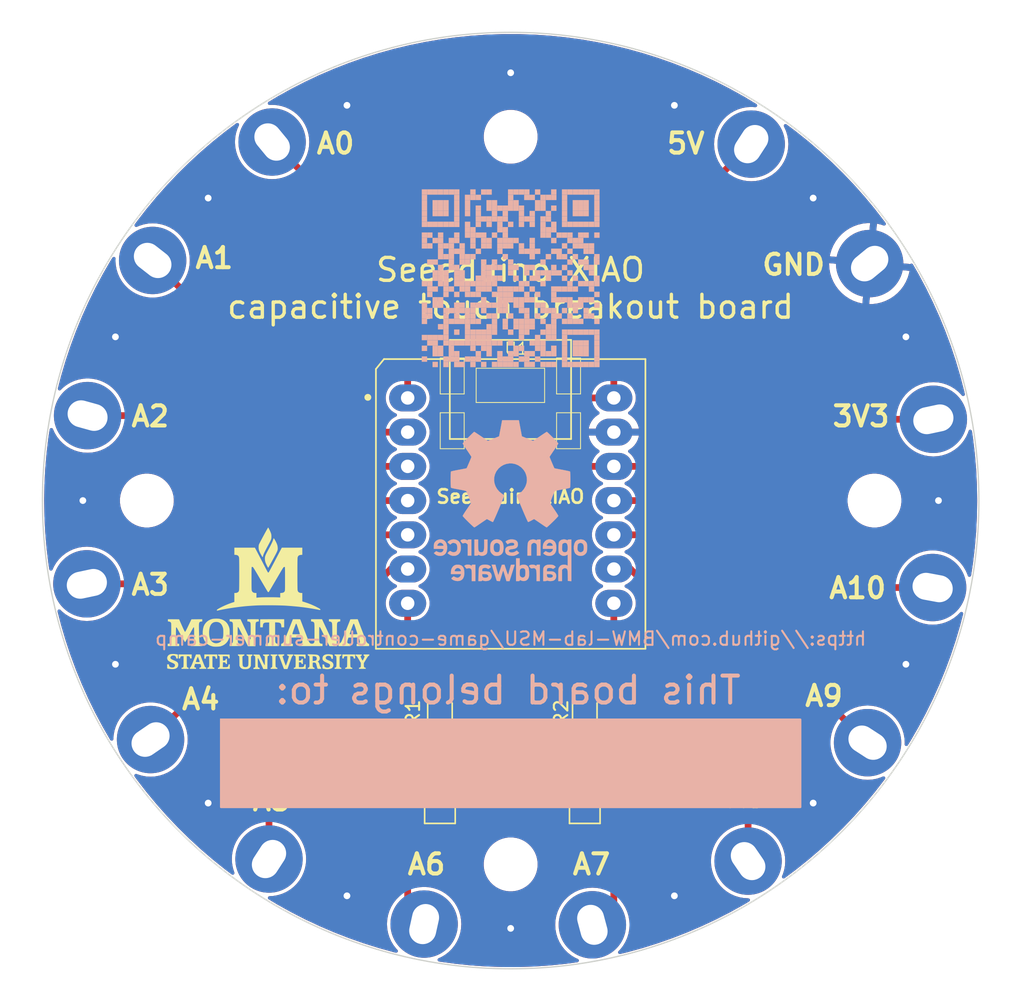
<source format=kicad_pcb>
(kicad_pcb (version 20240108) (generator "pcbnew") (generator_version "8.0")
  (layers (0 "F.Cu" signal) (31 "B.Cu" signal) (34 "B.Paste" user) (35 "F.Paste" user) (36 "B.SilkS" user "B.Silkscreen") (37 "F.SilkS" user "F.Silkscreen") (38 "B.Mask" user) (39 "F.Mask" user) (44 "Edge.Cuts" user))
  (net 0 "")
  (net 1 "+3V3")
  (net 2 "GND")
  (net 3 "+5V")
  (net 4 "Net-(D1-A)")
  (net 5 "Net-(D2-A)")
  (net 6 "Net-(J1-Pin_1)")
  (net 7 "Net-(J2-Pin_1)")
  (net 8 "Net-(J3-Pin_1)")
  (net 9 "Net-(J4-Pin_1)")
  (net 10 "Net-(J5-Pin_1)")
  (net 11 "Net-(J6-Pin_1)")
  (net 12 "Net-(J7-Pin_1)")
  (net 13 "Net-(J8-Pin_1)")
  (net 14 "Net-(J9-Pin_1)")
  (net 15 "Net-(J10-Pin_1)")
  (net 16 "Net-(J11-Pin_1)")
  (footprint "lib:con_01x01_edge" (layer "F.Cu") (at 155.251984 75.195017 -33)
    (property "Reference" "J14" (hide yes))
    (property "Value" "Conn_01x01_hole" (hide yes))
    (pad "1" thru_hole circle (at 0 0 327) (size 5 5) (drill oval 2 3) (layers "*.Cu" "*.Mask") (net 3 "+5V"))
  )
  (footprint "lib:Seeeduino XIAO-MOUDLE14P-2.54-21X17.8MM" (layer "F.Cu") (at 137.4 101.65)
    (property "Reference" "U1" (at 0.4245 -11.2805 0) (layer "F.SilkS") (effects (font (size 0.889 0.889) (thickness 0.1016))))
    (property "Value" "SeeeduinoXIAO" (at -0.02 -0.295 0) (layer "F.SilkS") (effects (font (thickness 0.2) (bold yes))))
    (pad "1" thru_hole oval (at -7.644696 -7.61782) (size 2.74828 1.99898) (drill 1) (layers "*.Cu" "*.Mask") (net 6 "Net-(J1-Pin_1)"))
    (pad "2" thru_hole oval (at -7.644696 -5.07782) (size 2.74828 1.99898) (drill 1) (layers "*.Cu" "*.Mask") (net 7 "Net-(J2-Pin_1)"))
    (pad "3" thru_hole oval (at -7.644696 -2.53782) (size 2.74828 1.99898) (drill 1) (layers "*.Cu" "*.Mask") (net 8 "Net-(J3-Pin_1)"))
    (pad "4" thru_hole oval (at -7.644696 0.00218) (size 2.74828 1.99898) (drill 1) (layers "*.Cu" "*.Mask") (net 9 "Net-(J4-Pin_1)"))
    (pad "5" thru_hole oval (at -7.644696 2.54218) (size 2.74828 1.99898) (drill 1) (layers "*.Cu" "*.Mask") (net 10 "Net-(J5-Pin_1)"))
    (pad "6" thru_hole oval (at -7.644696 5.08218) (size 2.74828 1.99898) (drill 1) (layers "*.Cu" "*.Mask") (net 11 "Net-(J6-Pin_1)"))
    (pad "7" thru_hole oval (at -7.644696 7.62218) (size 2.74828 1.99898) (drill 1) (layers "*.Cu" "*.Mask") (net 12 "Net-(J7-Pin_1)"))
    (pad "8" thru_hole oval (at 7.655496 7.62218) (size 2.74828 1.99898) (drill 1) (layers "*.Cu" "*.Mask") (net 13 "Net-(J8-Pin_1)"))
    (pad "9" thru_hole oval (at 7.655496 5.08218) (size 2.74828 1.99898) (drill 1) (layers "*.Cu" "*.Mask") (net 14 "Net-(J9-Pin_1)"))
    (pad "10" thru_hole oval (at 7.655496 2.54218) (size 2.74828 1.99898) (drill 1) (layers "*.Cu" "*.Mask") (net 15 "Net-(J10-Pin_1)"))
    (pad "11" thru_hole oval (at 7.655496 0.00218) (size 2.74828 1.99898) (drill 1) (layers "*.Cu" "*.Mask") (net 16 "Net-(J11-Pin_1)"))
    (pad "12" thru_hole oval (at 7.655496 -2.53782) (size 2.74828 1.99898) (drill 1) (layers "*.Cu" "*.Mask") (net 1 "+3V3"))
    (pad "13" thru_hole oval (at 7.655496 -5.07782) (size 2.74828 1.99898) (drill 1) (layers "*.Cu" "*.Mask") (net 2 "GND"))
    (pad "14" thru_hole oval (at 7.655496 -7.61782) (size 2.74828 1.99898) (drill 1) (layers "*.Cu" "*.Mask") (net 3 "+5V"))
  )
  (footprint "lib:con_01x01_edge" (layer "F.Cu") (at 163.887012 119.618394 7)
    (property "Reference" "J10" (hide yes))
    (property "Value" "Conn_01x01_hole" (hide yes))
    (pad "1" thru_hole circle (at 0 0 57) (size 5 5) (drill oval 2 3) (layers "*.Cu" "*.Mask") (net 15 "Net-(J10-Pin_1)"))
  )
  (footprint "MountingHole:MountingHole_3.2mm_M3" (layer "F.Cu") (at 164.4 101.65)
    (property "Reference" "REF**1" (hide yes))
    (property "Value" "MountingHole_3.2mm_M3")
    (pad "" np_thru_hole circle (at 0 0) (size 3.2 3.2) (drill 3.2) (layers "*.Cu" "*.Mask"))
  )
  (footprint "lib:con_01x01_edge" (layer "F.Cu") (at 164.042157 84.062237 -25.5)
    (property "Reference" "J13" (hide yes))
    (property "Value" "Conn_01x01_hole" (hide yes))
    (pad "1" thru_hole circle (at 0 0 309.5) (size 5 5) (drill oval 2 3) (layers "*.Cu" "*.Mask") (net 2 "GND"))
  )
  (footprint "LED_SMD:LED_1206_3216Metric_Pad1.42x1.75mm_HandSolder" (layer "F.Cu") (at 132.15 123.15 90)
    (property "Reference" "D1" (at 0 -1.82 90) (layer "F.SilkS"))
    (property "Value" "LED")
    (pad "1" smd roundrect (at -1.4875 0 90) (size 1.425 1.75) (layers "F.Cu" "F.Paste" "F.Mask") (roundrect_rratio 0.175439) (net 2 "GND"))
    (pad "2" smd roundrect (at 1.4875 0 90) (size 1.425 1.75) (layers "F.Cu" "F.Paste" "F.Mask") (roundrect_rratio 0.175439) (net 4 "Net-(D1-A)"))
  )
  (footprint "Resistor_SMD:R_1206_3216Metric_Pad1.30x1.75mm_HandSolder" (layer "F.Cu") (at 132.15 117.4 -90)
    (property "Reference" "R1" (at 0 2 90) (layer "F.SilkS"))
    (property "Value" "470")
    (pad "1" smd roundrect (at -1.55 0 270) (size 1.3 1.75) (layers "F.Cu" "F.Paste" "F.Mask") (roundrect_rratio 0.192308) (net 3 "+5V"))
    (pad "2" smd roundrect (at 1.55 0 270) (size 1.3 1.75) (layers "F.Cu" "F.Paste" "F.Mask") (roundrect_rratio 0.192308) (net 4 "Net-(D1-A)"))
  )
  (footprint "lib:con_01x01_edge" (layer "F.Cu") (at 119.695827 75.039873 64.5)
    (property "Reference" "J1" (hide yes))
    (property "Value" "Conn_01x01_hole" (hide yes))
    (pad "1" thru_hole circle (at 0 0 39.5) (size 5 5) (drill oval 2 3) (layers "*.Cu" "*.Mask") (net 6 "Net-(J1-Pin_1)"))
  )
  (footprint "MountingHole:MountingHole_3.2mm_M3" (layer "F.Cu") (at 137.4 128.65)
    (property "Reference" "REF**" (hide yes))
    (property "Value" "MountingHole_3.2mm_M3")
    (pad "" np_thru_hole circle (at 0 0) (size 3.2 3.2) (drill 3.2) (layers "*.Cu" "*.Mask"))
  )
  (footprint "lib:con_01x01_edge" (layer "F.Cu") (at 106.000219 95.344446 74.5)
    (property "Reference" "J3" (hide yes))
    (property "Value" "Conn_01x01_hole" (hide yes))
    (pad "1" thru_hole circle (at 0 0 74.5) (size 5 5) (drill oval 2 3) (layers "*.Cu" "*.Mask") (net 8 "Net-(J3-Pin_1)"))
  )
  (footprint "lib:con_01x01_edge" (layer "F.Cu") (at 130.978036 133.08181 19.5)
    (property "Reference" "J7" (hide yes))
    (property "Value" "Conn_01x01_hole" (hide yes))
    (pad "1" thru_hole circle (at 0 0 347.5) (size 5 5) (drill oval 2 3) (layers "*.Cu" "*.Mask") (net 12 "Net-(J7-Pin_1)"))
  )
  (footprint "lib:con_01x01_edge" (layer "F.Cu") (at 119.463636 128.253422 27)
    (property "Reference" "J6" (hide yes))
    (property "Value" "Conn_01x01_hole" (hide yes))
    (pad "1" thru_hole circle (at 0 0 147) (size 5 5) (drill oval 2 3) (layers "*.Cu" "*.Mask") (net 11 "Net-(J6-Pin_1)"))
  )
  (footprint "lib:con_01x01_edge" (layer "F.Cu") (at 143.463697 133.13629 12)
    (property "Reference" "J8" (hide yes))
    (property "Value" "Conn_01x01_hole" (hide yes))
    (pad "1" thru_hole circle (at 0 0 15) (size 5 5) (drill oval 2 3) (layers "*.Cu" "*.Mask") (net 13 "Net-(J8-Pin_1)"))
  )
  (footprint "lib:con_01x01_edge" (layer "F.Cu") (at 110.828607 83.830046 57)
    (property "Reference" "J2" (hide yes))
    (property "Value" "Conn_01x01_hole" (hide yes))
    (pad "1" thru_hole circle (at 0 0 52) (size 5 5) (drill oval 2 3) (layers "*.Cu" "*.Mask") (net 7 "Net-(J2-Pin_1)"))
  )
  (footprint "lib:con_01x01_edge" (layer "F.Cu") (at 168.7154 108.103993 -10.5)
    (property "Reference" "J11" (hide yes))
    (property "Value" "Conn_01x01_hole" (hide yes))
    (pad "1" thru_hole circle (at 0 0 79.5) (size 5 5) (drill oval 2 3) (layers "*.Cu" "*.Mask") (net 16 "Net-(J11-Pin_1)"))
  )
  (footprint "lib:con_01x01_edge" (layer "F.Cu") (at 110.673463 119.386204 34.5)
    (property "Reference" "J5" (hide yes))
    (property "Value" "Conn_01x01_hole" (hide yes))
    (pad "1" thru_hole circle (at 0 0 124.5) (size 5 5) (drill oval 2 3) (layers "*.Cu" "*.Mask") (net 10 "Net-(J5-Pin_1)"))
  )
  (footprint "lib:con_01x01_edge" (layer "F.Cu") (at 155.019794 128.408567 4.5)
    (property "Reference" "J9" (hide yes))
    (property "Value" "Conn_01x01_hole" (hide yes))
    (pad "1" thru_hole circle (at 0 0 34.5) (size 5 5) (drill oval 2 3) (layers "*.Cu" "*.Mask") (net 14 "Net-(J9-Pin_1)"))
  )
  (footprint "lib:con_01x01_edge" (layer "F.Cu") (at 105.94574 107.830107 42)
    (property "Reference" "J4" (hide yes))
    (property "Value" "Conn_01x01_hole" (hide yes))
    (pad "1" thru_hole circle (at 0 0 102) (size 5 5) (drill oval 2 3) (layers "*.Cu" "*.Mask") (net 9 "Net-(J4-Pin_1)"))
  )
  (footprint "lib:con_01x01_edge" (layer "F.Cu") (at 168.769879 95.618331 -18)
    (property "Reference" "J12" (hide yes))
    (property "Value" "Conn_01x01_hole" (hide yes))
    (pad "1" thru_hole circle (at 0 0 282) (size 5 5) (drill oval 2 3) (layers "*.Cu" "*.Mask") (net 1 "+3V3"))
  )
  (footprint "lib:MSU_logo" (layer "F.Cu") (at 119.4 108.9)
    (property "Reference" "G***" (hide yes))
    (property "Value" "LOGO" (hide yes))
  )
  (footprint "MountingHole:MountingHole_3.2mm_M3" (layer "F.Cu") (at 137.4 74.65)
    (property "Reference" "REF**2" (hide yes))
    (property "Value" "MountingHole_3.2mm_M3")
    (pad "" np_thru_hole circle (at 0 0) (size 3.2 3.2) (drill 3.2) (layers "*.Cu" "*.Mask"))
  )
  (footprint "MountingHole:MountingHole_3.2mm_M3" (layer "F.Cu") (at 110.4 101.65)
    (property "Reference" "REF**3" (hide yes))
    (property "Value" "MountingHole_3.2mm_M3")
    (pad "" np_thru_hole circle (at 0 0) (size 3.2 3.2) (drill 3.2) (layers "*.Cu" "*.Mask"))
  )
  (footprint "LED_SMD:LED_1206_3216Metric_Pad1.42x1.75mm_HandSolder" (layer "F.Cu") (at 142.9 123.15 90)
    (property "Reference" "D2" (at 0 -1.82 90) (layer "F.SilkS"))
    (property "Value" "LED")
    (pad "1" smd roundrect (at -1.4875 0 90) (size 1.425 1.75) (layers "F.Cu" "F.Paste" "F.Mask") (roundrect_rratio 0.175439) (net 2 "GND"))
    (pad "2" smd roundrect (at 1.4875 0 90) (size 1.425 1.75) (layers "F.Cu" "F.Paste" "F.Mask") (roundrect_rratio 0.175439) (net 5 "Net-(D2-A)"))
  )
  (footprint "Resistor_SMD:R_1206_3216Metric_Pad1.30x1.75mm_HandSolder" (layer "F.Cu") (at 142.9 117.4 -90)
    (property "Reference" "R2" (at 0 1.75 90) (layer "F.SilkS"))
    (property "Value" "200")
    (pad "1" smd roundrect (at -1.55 0 270) (size 1.3 1.75) (layers "F.Cu" "F.Paste" "F.Mask") (roundrect_rratio 0.192308) (net 1 "+3V3"))
    (pad "2" smd roundrect (at 1.55 0 270) (size 1.3 1.75) (layers "F.Cu" "F.Paste" "F.Mask") (roundrect_rratio 0.192308) (net 5 "Net-(D2-A)"))
  )
  (footprint "lib:github-repo-qrcode" (layer "B.Cu") (at 137.4 85.15 180)
    (property "Reference" "QR*****" (hide yes))
    (property "Value" "https://github.com/BMW-lab-MSU/game-controller-summer-camp" (at 0 -26.75 0) (layer "B.SilkS") (effects (justify mirror)))
  )
  (footprint "Symbol:OSHW-Logo_11.4x12mm_SilkScreen" (layer "B.Cu") (at 137.4 101.65 180)
    (property "Reference" "REF**" (hide yes))
    (property "Value" "OSHW-Logo_11.4x12mm_SilkScreen" (hide yes))
  )
  (gr_rect (start 115.9 117.9) (end 158.9 124.4) (stroke (width 0.15)) (fill solid) (layer "B.SilkS"))
  (gr_circle (center 137.4 101.65) (end 172.15 101.65) (stroke (width 0.1)) (fill none) (layer "Edge.Cuts"))
  (gr_text "This board belongs to:" (at 154.65 116.9 0) (layer "B.SilkS") (effects (font (size 2 2) (thickness 0.3)) (justify left bottom mirror)))
  (gr_text "A1" (at 115.4 83.65 0) (layer "F.SilkS") (effects (font (size 1.5 1.5) (thickness 0.3))))
  (gr_text "5V" (at 134.4 123.15 90) (layer "F.SilkS") (effects (font (size 1 1))))
  (gr_text "A4" (at 114.4 116.4 0) (layer "F.SilkS") (effects (font (size 1.5 1.5) (thickness 0.3))))
  (gr_text "A6" (at 131.15 128.65 0) (layer "F.SilkS") (effects (font (size 1.5 1.5) (thickness 0.3))))
  (gr_text "A9" (at 160.65 116.15 0) (layer "F.SilkS") (effects (font (size 1.5 1.5) (thickness 0.3))))
  (gr_text "GND" (at 158.4 84.15 0) (layer "F.SilkS") (effects (font (size 1.5 1.5) (thickness 0.3))))
  (gr_text "A0" (at 124.4 75.15 0) (layer "F.SilkS") (effects (font (size 1.5 1.5) (thickness 0.3))))
  (gr_text "Seeeduino XIAO\ncapacitive touch breakout board" (at 137.38635 85.9 0) (layer "F.SilkS") (effects (font (size 1.7 1.7) (thickness 0.25))))
  (gr_text "A7" (at 143.4 128.65 0) (layer "F.SilkS") (effects (font (size 1.5 1.5) (thickness 0.3))))
  (gr_text "A3" (at 110.65 107.9 0) (layer "F.SilkS") (effects (font (size 1.5 1.5) (thickness 0.3))))
  (gr_text "A10" (at 163.15 108.15 0) (layer "F.SilkS") (effects (font (size 1.5 1.5) (thickness 0.3))))
  (gr_text "3V3" (at 163.4 95.4 0) (layer "F.SilkS") (effects (font (size 1.5 1.5) (thickness 0.3))))
  (gr_text "A8" (at 154.9 123.65 0) (layer "F.SilkS") (effects (font (size 1.5 1.5) (thickness 0.3))))
  (gr_text "5V" (at 150.4 75.15 0) (layer "F.SilkS") (effects (font (size 1.5 1.5) (thickness 0.3))))
  (gr_text "3V3" (at 145.4 123.15 90) (layer "F.SilkS") (effects (font (size 1 1))))
  (gr_text "A2" (at 110.65 95.4 0) (layer "F.SilkS") (effects (font (size 1.5 1.5) (thickness 0.3))))
  (gr_text "A5" (at 119.65 123.9 0) (layer "F.SilkS") (effects (font (size 1.5 1.5) (thickness 0.3))))
  (segment (start 154.861669 95.618331) (end 168.769879 95.618331) (width 0.5) (layer "F.Cu") (net 1))
  (segment (start 145.055496 99.11218) (end 151.36782 99.11218) (width 0.5) (layer "F.Cu") (net 1))
  (segment (start 145.055496 99.11218) (end 140.95382 99.11218) (width 0.5) (layer "F.Cu") (net 1))
  (segment (start 151.36782 99.11218) (end 154.861669 95.618331) (width 0.5) (layer "F.Cu") (net 1))
  (segment (start 138.797 111.747) (end 142.9 115.85) (width 0.5) (layer "F.Cu") (net 1))
  (segment (start 140.95382 99.11218) (end 138.797 101.269) (width 0.5) (layer "F.Cu") (net 1))
  (segment (start 138.797 101.269) (end 138.797 111.747) (width 0.5) (layer "F.Cu") (net 1))
  (via (at 166.733175 89.499801) (size 1) (drill 0.5) (layers "F.Cu" "B.Cu") (net 2))
  (via (at 125.249801 72.316825) (size 1) (drill 0.5) (layers "F.Cu" "B.Cu") (net 2))
  (via (at 108.066825 113.800199) (size 1) (drill 0.5) (layers "F.Cu" "B.Cu") (net 2))
  (via (at 114.94936 124.10064) (size 1) (drill 0.5) (layers "F.Cu" "B.Cu") (net 2))
  (via (at 105.65 101.65) (size 1) (drill 0.5) (layers "F.Cu" "B.Cu") (net 2))
  (via (at 169.15 101.65) (size 1) (drill 0.5) (layers "F.Cu" "B.Cu") (net 2))
  (via (at 159.85064 124.10064) (size 1) (drill 0.5) (layers "F.Cu" "B.Cu") (net 2))
  (via (at 149.550199 130.983175) (size 1) (drill 0.5) (layers "F.Cu" "B.Cu") (net 2))
  (via (at 108.066825 89.499801) (size 1) (drill 0.5) (layers "F.Cu" "B.Cu") (net 2))
  (via (at 114.94936 79.19936) (size 1) (drill 0.5) (layers "F.Cu" "B.Cu") (net 2))
  (via (at 137.4 69.9) (size 1) (drill 0.5) (layers "F.Cu" "B.Cu") (net 2))
  (via (at 149.550199 72.316825) (size 1) (drill 0.5) (layers "F.Cu" "B.Cu") (net 2))
  (via (at 166.733175 113.800199) (size 1) (drill 0.5) (layers "F.Cu" "B.Cu") (net 2))
  (via (at 159.85064 79.19936) (size 1) (drill 0.5) (layers "F.Cu" "B.Cu") (net 2))
  (via (at 137.4 133.4) (size 1) (drill 0.5) (layers "F.Cu" "B.Cu") (net 2))
  (via (at 125.249801 130.983175) (size 1) (drill 0.5) (layers "F.Cu" "B.Cu") (net 2))
  (segment (start 145.055496 85.391505) (end 155.251984 75.195017) (width 0.5) (layer "F.Cu") (net 3))
  (segment (start 134.098 101.142) (end 134.098 113.902) (width 0.5) (layer "F.Cu") (net 3))
  (segment (start 145.055496 94.03218) (end 141.20782 94.03218) (width 0.5) (layer "F.Cu") (net 3))
  (segment (start 141.20782 94.03218) (end 134.098 101.142) (width 0.5) (layer "F.Cu") (net 3))
  (segment (start 145.055496 94.03218) (end 145.055496 85.391505) (width 0.5) (layer "F.Cu") (net 3))
  (segment (start 134.098 113.902) (end 132.15 115.85) (width 0.5) (layer "F.Cu") (net 3))
  (segment (start 132.15 118.95) (end 132.15 121.6625) (width 0.5) (layer "F.Cu") (net 4))
  (segment (start 142.9 118.95) (end 142.9 121.6625) (width 0.5) (layer "F.Cu") (net 5))
  (segment (start 129.755304 94.03218) (end 129.755304 85.09935) (width 0.5) (layer "F.Cu") (net 6))
  (segment (start 129.755304 85.09935) (end 119.695827 75.039873) (width 0.5) (layer "F.Cu") (net 6))
  (segment (start 129.755304 96.57218) (end 123.570741 96.57218) (width 0.5) (layer "F.Cu") (net 7))
  (segment (start 123.570741 96.57218) (end 110.828607 83.830046) (width 0.5) (layer "F.Cu") (net 7))
  (segment (start 123.43218 99.11218) (end 119.664446 95.344446) (width 0.5) (layer "F.Cu") (net 8))
  (segment (start 119.664446 95.344446) (end 106.000219 95.344446) (width 0.5) (layer "F.Cu") (net 8))
  (segment (start 129.755304 99.11218) (end 123.43218 99.11218) (width 0.5) (layer "F.Cu") (net 8))
  (segment (start 123.43 101.65) (end 117.249893 107.830107) (width 0.5) (layer "F.Cu") (net 9))
  (segment (start 117.249893 107.830107) (end 105.94574 107.830107) (width 0.5) (layer "F.Cu") (net 9))
  (segment (start 129.755304 101.65218) (end 123.43218 101.65218) (width 0.5) (layer "F.Cu") (net 9))
  (segment (start 123.43218 101.65218) (end 123.43 101.65) (width 0.25) (layer "F.Cu") (net 9))
  (segment (start 125.867487 104.19218) (end 110.673463 119.386204) (width 0.5) (layer "F.Cu") (net 10))
  (segment (start 129.755304 104.19218) (end 125.867487 104.19218) (width 0.5) (layer "F.Cu") (net 10))
  (segment (start 128.50782 106.73218) (end 119.463636 115.776364) (width 0.5) (layer "F.Cu") (net 11))
  (segment (start 129.755304 106.73218) (end 128.50782 106.73218) (width 0.5) (layer "F.Cu") (net 11))
  (segment (start 119.463636 115.776364) (end 119.463636 128.253422) (width 0.5) (layer "F.Cu") (net 11))
  (segment (start 129.755304 131.859078) (end 130.978036 133.08181) (width 0.5) (layer "F.Cu") (net 12))
  (segment (start 129.755304 109.27218) (end 129.755304 131.859078) (width 0.5) (layer "F.Cu") (net 12))
  (segment (start 145.055496 109.27218) (end 145.055496 131.544491) (width 0.5) (layer "F.Cu") (net 13))
  (segment (start 145.055496 131.544491) (end 143.463697 133.13629) (width 0.5) (layer "F.Cu") (net 13))
  (segment (start 155.019794 115.459794) (end 155.019794 128.408567) (width 0.5) (layer "F.Cu") (net 14))
  (segment (start 145.055496 106.73218) (end 146.29218 106.73218) (width 0.5) (layer "F.Cu") (net 14))
  (segment (start 146.29218 106.73218) (end 155.019794 115.459794) (width 0.5) (layer "F.Cu") (net 14))
  (segment (start 148.460798 104.19218) (end 163.887012 119.618394) (width 0.5) (layer "F.Cu") (net 15))
  (segment (start 145.055496 104.19218) (end 148.460798 104.19218) (width 0.5) (layer "F.Cu") (net 15))
  (segment (start 157.823993 108.103993) (end 168.7154 108.103993) (width 0.5) (layer "F.Cu") (net 16))
  (segment (start 151.37 101.65) (end 157.823993 108.103993) (width 0.5) (layer "F.Cu") (net 16))
  (segment (start 145.055496 101.65218) (end 151.36782 101.65218) (width 0.5) (layer "F.Cu") (net 16))
  (segment (start 151.36782 101.65218) (end 151.37 101.65) (width 0.25) (layer "F.Cu") (net 16))
  (zone (net 2) (net_name "GND") (layers "F&B.Cu") (connect_pads (clearance 0.254)) (min_thickness 0.254) (fill yes (thermal_gap 0.508) (thermal_bridge_width 0.508))
    (polygon (pts (xy 175 137.75) (xy 100 138) (xy 99.5 64.5) (xy 175.5 65.25)))
  )
)
</source>
